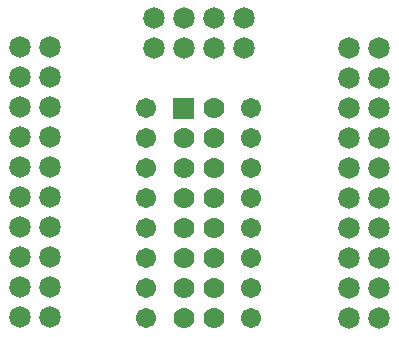
<source format=gts>
G04 Layer: TopSolderMaskLayer*
G04 EasyEDA v6.4.0, 2020-08-02T14:52:40+02:00*
G04 aadbe2b07ee54088b09cfdb154852e2a,5bf1b712bda346c5934589caff60f8c7,10*
G04 Gerber Generator version 0.2*
G04 Scale: 100 percent, Rotated: No, Reflected: No *
G04 Dimensions in millimeters *
G04 leading zeros omitted , absolute positions ,3 integer and 3 decimal *
%FSLAX33Y33*%
%MOMM*%
G90*
G71D02*

%ADD18C,1.703222*%
%ADD19C,1.827200*%
%ADD20C,1.778000*%

%LPD*%
G54D18*
G01X13338Y2543D03*
G01X13338Y5083D03*
G01X13338Y7623D03*
G01X13338Y10163D03*
G01X13338Y12703D03*
G01X13338Y15243D03*
G01X13338Y17783D03*
G01X13338Y20323D03*
G01X22228Y20323D03*
G01X22228Y17783D03*
G01X22228Y15243D03*
G01X22228Y12703D03*
G01X22228Y10163D03*
G01X22228Y7623D03*
G01X22228Y5083D03*
G01X22228Y2543D03*
G54D19*
G01X2670Y25530D03*
G01X5210Y25530D03*
G01X2670Y22990D03*
G01X5210Y22990D03*
G01X2670Y20450D03*
G01X5210Y20450D03*
G01X2670Y17910D03*
G01X5210Y17910D03*
G01X2670Y15370D03*
G01X5210Y15370D03*
G01X2670Y12830D03*
G01X5210Y12830D03*
G01X2670Y10290D03*
G01X5210Y10290D03*
G01X2670Y7750D03*
G01X5210Y7750D03*
G01X2670Y5210D03*
G01X5210Y5210D03*
G01X2670Y2670D03*
G01X5210Y2670D03*
G01X30483Y25403D03*
G01X33023Y25403D03*
G01X30483Y22863D03*
G01X33023Y22863D03*
G01X30483Y20323D03*
G01X33023Y20323D03*
G01X30483Y17783D03*
G01X33023Y17783D03*
G01X30483Y15243D03*
G01X33023Y15243D03*
G01X30483Y12703D03*
G01X33023Y12703D03*
G01X30483Y10163D03*
G01X33023Y10163D03*
G01X30483Y7623D03*
G01X33023Y7623D03*
G01X30483Y5083D03*
G01X33023Y5083D03*
G01X30483Y2543D03*
G01X33023Y2543D03*
G54D20*
G01X19053Y2543D03*
G01X16513Y2543D03*
G01X19053Y5083D03*
G01X16513Y5083D03*
G01X19053Y7623D03*
G01X16513Y7623D03*
G01X19053Y10163D03*
G01X16513Y10163D03*
G01X19053Y12703D03*
G01X16513Y12703D03*
G01X19053Y15243D03*
G01X16513Y15243D03*
G01X19053Y17783D03*
G01X16513Y17783D03*
G01X19053Y20323D03*
G36*
G01X15624Y19434D02*
G01X15624Y21212D01*
G01X17402Y21212D01*
G01X17402Y19434D01*
G01X15624Y19434D01*
G37*
G54D19*
G01X21593Y27943D03*
G01X21593Y25403D03*
G01X19053Y27943D03*
G01X19053Y25403D03*
G01X16513Y27943D03*
G01X16513Y25403D03*
G01X13973Y27943D03*
G01X13973Y25403D03*
M00*
M02*

</source>
